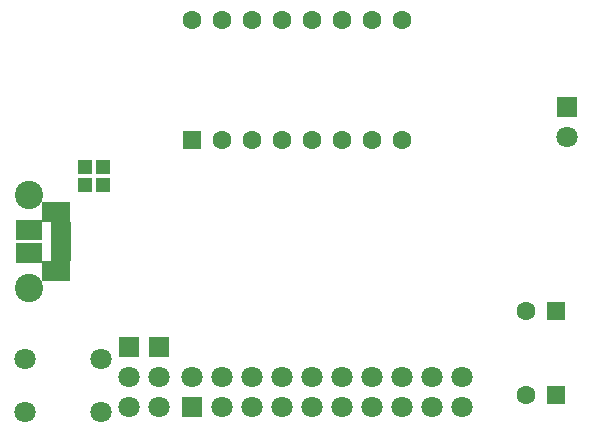
<source format=gts>
G04 #@! TF.FileFunction,Soldermask,Top*
%FSLAX46Y46*%
G04 Gerber Fmt 4.6, Leading zero omitted, Abs format (unit mm)*
G04 Created by KiCad (PCBNEW 4.0.3-stable) date 04/12/17 00:36:20*
%MOMM*%
%LPD*%
G01*
G04 APERTURE LIST*
%ADD10C,0.100000*%
%ADD11R,1.600000X1.600000*%
%ADD12C,1.600000*%
%ADD13R,1.800000X1.800000*%
%ADD14C,1.800000*%
%ADD15R,1.680000X0.750000*%
%ADD16C,2.400000*%
%ADD17R,2.200000X1.675000*%
%ADD18R,2.400000X1.775000*%
%ADD19R,1.250000X1.300000*%
G04 APERTURE END LIST*
D10*
D11*
X162850000Y-108260000D03*
D12*
X160350000Y-108260000D03*
D11*
X162850000Y-101130000D03*
D12*
X160350000Y-101130000D03*
D11*
X132080000Y-86630000D03*
D12*
X134620000Y-86630000D03*
X137160000Y-86630000D03*
X139700000Y-86630000D03*
X142240000Y-86630000D03*
X144780000Y-86630000D03*
X147320000Y-86630000D03*
X149860000Y-86630000D03*
X149860000Y-76470000D03*
X147320000Y-76470000D03*
X144780000Y-76470000D03*
X142240000Y-76470000D03*
X139700000Y-76470000D03*
X137160000Y-76470000D03*
X134620000Y-76470000D03*
X132080000Y-76470000D03*
D13*
X132080000Y-109220000D03*
D14*
X134620000Y-109220000D03*
X137160000Y-109220000D03*
X139700000Y-109220000D03*
X142240000Y-109220000D03*
X144780000Y-109220000D03*
X147320000Y-109220000D03*
X149860000Y-109220000D03*
X152400000Y-109220000D03*
X154940000Y-109220000D03*
X154940000Y-106680000D03*
X152400000Y-106680000D03*
X149860000Y-106680000D03*
X147320000Y-106680000D03*
X144780000Y-106680000D03*
X142240000Y-106680000D03*
X139700000Y-106680000D03*
X137160000Y-106680000D03*
X134620000Y-106680000D03*
X132080000Y-106680000D03*
D13*
X126740000Y-104150000D03*
D14*
X126740000Y-106690000D03*
X126740000Y-109230000D03*
D13*
X129270000Y-104150000D03*
D14*
X129270000Y-106690000D03*
X129270000Y-109230000D03*
D15*
X120950000Y-95900000D03*
X120950000Y-96550000D03*
X120950000Y-95250000D03*
X120950000Y-93950000D03*
D16*
X118290000Y-91300000D03*
X118290000Y-99200000D03*
D17*
X118290000Y-94312500D03*
X118290000Y-96187500D03*
D18*
X120590000Y-92787500D03*
X120590000Y-97712500D03*
D15*
X120950000Y-94600000D03*
D13*
X163830000Y-83820000D03*
D14*
X163830000Y-86360000D03*
D19*
X124520000Y-90450000D03*
X124520000Y-88950000D03*
X123020000Y-90450000D03*
X123020000Y-88950000D03*
D14*
X124410000Y-105190000D03*
X117910000Y-105190000D03*
X117910000Y-109690000D03*
X124410000Y-109690000D03*
M02*

</source>
